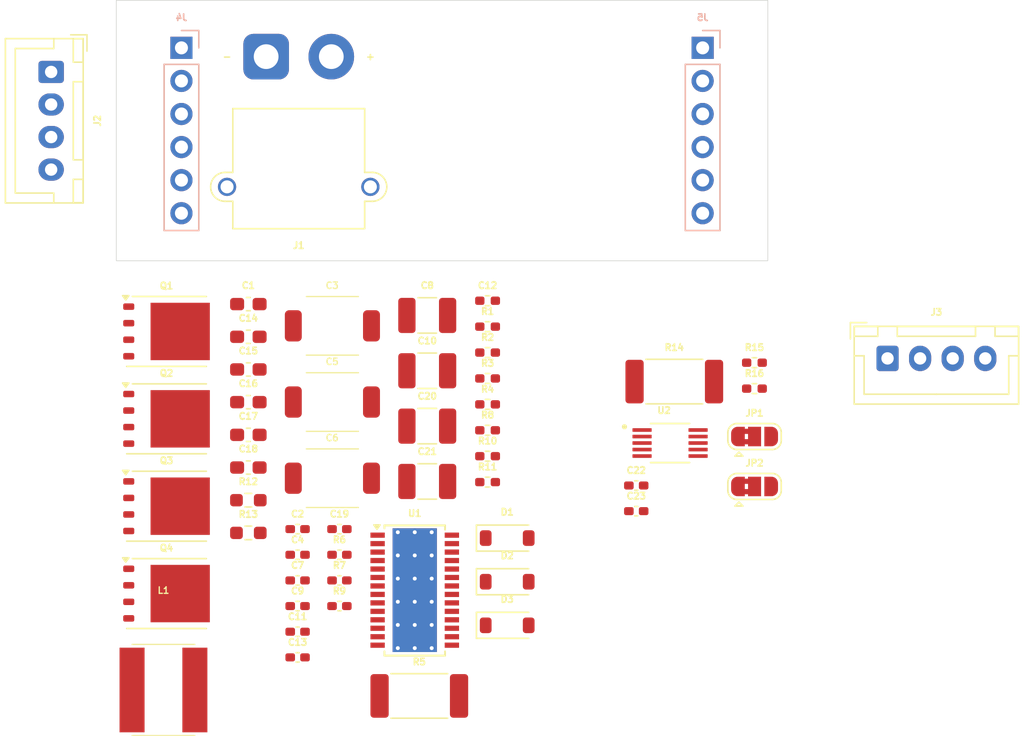
<source format=kicad_pcb>
(kicad_pcb (version 20240108) (generator "pcbnew") (generator_version "8.0")
  (layers (0 "F.Cu" signal) (31 "B.Cu" signal) (34 "B.Paste" user) (35 "F.Paste" user) (36 "B.SilkS" user "B.Silkscreen") (37 "F.SilkS" user "F.Silkscreen") (38 "B.Mask" user) (39 "F.Mask" user) (44 "Edge.Cuts" user))
  (net 0 "")
  (net 1 "Net-(U1-SS)")
  (net 2 "GND")
  (net 3 "Net-(C2-Pad2)")
  (net 4 "Net-(U1-COMP)")
  (net 5 "+RAWVP")
  (net 6 "Net-(U1-SLOPE)")
  (net 7 "Net-(U1-CS)")
  (net 8 "Net-(U1-CSG)")
  (net 9 "Net-(U1-VIN)")
  (net 10 "Net-(U1-BIAS)")
  (net 11 "+5V")
  (net 12 "Net-(D2-K)")
  (net 13 "Net-(Q2-D)")
  (net 14 "Net-(D3-K)")
  (net 15 "Net-(Q4-D)")
  (net 16 "Net-(D2-A)")
  (net 17 "Net-(U2-VIN-)")
  (net 18 "Net-(U2-VBUS)")
  (net 19 "+3V3")
  (net 20 "Net-(D1-K)")
  (net 21 "+RAWVS")
  (net 22 "I2C SCL")
  (net 23 "I2C SDA")
  (net 24 "EN 2")
  (net 25 "EN 1")
  (net 26 "Net-(JP1-C)")
  (net 27 "Net-(JP2-C)")
  (net 28 "Net-(Q1-G)")
  (net 29 "Net-(Q2-S-Pad1)")
  (net 30 "Net-(Q2-G)")
  (net 31 "Net-(Q3-G)")
  (net 32 "Net-(Q4-G)")
  (net 33 "Net-(U1-MODE)")
  (net 34 "Net-(U1-RT{slash}SYNC)")
  (net 35 "Net-(U1-EN{slash}UVLO)")
  (net 36 "Net-(U1-VISNS)")
  (net 37 "Net-(U1-PGOOD)")
  (net 38 "Net-(U1-FB)")
  (footprint "Capacitors:EEFCX1E330R" (layer "F.Cu") (at 91.585 135.85)
    (property "Reference" "C5" (at -0.02 -3.1 0) (layer "F.SilkS") (effects (font (size 0.5 0.5) (thickness 0.1))))
    (property "Value" "33uF 40mohm" (hide yes))
    (pad "1" smd roundrect (at -3 0 90) (size 2.4 1.3) (layers "F.Cu" "F.Paste" "F.Mask") (net 5 "+RAWVP"))
    (pad "2" smd roundrect (at 3 0 90) (size 2.4 1.3) (layers "F.Cu" "F.Paste" "F.Mask") (net 2 "GND"))
  )
  (footprint "Package_TO_SOT_SMD:TDSON-8-1" (layer "F.Cu") (at 78.855 130.43)
    (property "Reference" "Q1" (at 0 -3.5 0) (layer "F.SilkS") (effects (font (size 0.5 0.5))))
    (property "Value" "CSD17577Q5A" (hide yes))
    (pad "1" smd roundrect (at -2.9 -1.905) (size 0.85 0.5) (layers "F.Cu" "F.Paste" "F.Mask") (net 13 "Net-(Q2-D)"))
    (pad "2" smd roundrect (at -2.9 -0.635) (size 0.85 0.5) (layers "F.Cu" "F.Paste" "F.Mask") (net 13 "Net-(Q2-D)"))
    (pad "3" smd roundrect (at -2.9 0.635) (size 0.85 0.5) (layers "F.Cu" "F.Paste" "F.Mask") (net 13 "Net-(Q2-D)"))
    (pad "4" smd roundrect (at -2.9 1.905) (size 0.85 0.5) (layers "F.Cu" "F.Paste" "F.Mask") (net 28 "Net-(Q1-G)"))
    (pad "5" smd rect (at 1.05 0) (size 4.55 4.41) (layers "F.Cu") (net 5 "+RAWVP"))
  )
  (footprint "Capacitor_SMD:C_1210_3225Metric_Pad1.33x2.70mm_HandSolder" (layer "F.Cu") (at 98.865 137.7)
    (property "Reference" "C20" (at 0 -2.3 0) (layer "F.SilkS") (effects (font (size 0.5 0.5))))
    (property "Value" "47uF 3mohm" (hide yes))
    (pad "1" smd roundrect (at -1.5625 0) (size 1.325 2.7) (layers "F.Cu" "F.Paste" "F.Mask") (roundrect_rratio 0.188679) (net 11 "+5V"))
    (pad "2" smd roundrect (at 1.5625 0) (size 1.325 2.7) (layers "F.Cu" "F.Paste" "F.Mask") (roundrect_rratio 0.188679) (net 2 "GND"))
  )
  (footprint "Capacitors:EEFCX1E330R" (layer "F.Cu") (at 91.585 130)
    (property "Reference" "C3" (at -0.02 -3.1 0) (layer "F.SilkS") (effects (font (size 0.5 0.5) (thickness 0.1))))
    (property "Value" "33uF 40mohm" (hide yes))
    (pad "1" smd roundrect (at -3 0 90) (size 2.4 1.3) (layers "F.Cu" "F.Paste" "F.Mask") (net 5 "+RAWVP"))
    (pad "2" smd roundrect (at 3 0 90) (size 2.4 1.3) (layers "F.Cu" "F.Paste" "F.Mask") (net 2 "GND"))
  )
  (footprint "Diode_SMD:D_SOD-123" (layer "F.Cu") (at 105 146.3)
    (property "Reference" "D1" (at 0 -2 0) (layer "F.SilkS") (effects (font (size 0.5 0.5))))
    (property "Value" "385mV 500mA" (hide yes))
    (pad "1" smd roundrect (at -1.65 0) (size 0.9 1.2) (layers "F.Cu" "F.Paste" "F.Mask") (net 20 "Net-(D1-K)"))
    (pad "2" smd roundrect (at 1.65 0) (size 0.9 1.2) (layers "F.Cu" "F.Paste" "F.Mask") (net 5 "+RAWVP"))
  )
  (footprint "Resistor_SMD:R_2512_6332Metric_Pad1.40x3.35mm_HandSolder" (layer "F.Cu") (at 98.255 158.42)
    (property "Reference" "R5" (at 0 -2.62 0) (layer "F.SilkS") (effects (font (size 0.5 0.5))))
    (property "Value" "5m" (hide yes))
    (pad "1" smd roundrect (at -3.05 0) (size 1.4 3.35) (layers "F.Cu" "F.Paste" "F.Mask") (roundrect_rratio 0.178571) (net 29 "Net-(Q2-S-Pad1)"))
    (pad "2" smd roundrect (at 3.05 0) (size 1.4 3.35) (layers "F.Cu" "F.Paste" "F.Mask") (roundrect_rratio 0.178571) (net 2 "GND"))
  )
  (footprint "Capacitor_SMD:C_0402_1005Metric_Pad0.74x0.62mm_HandSolder" (layer "F.Cu") (at 88.915 149.55)
    (property "Reference" "C7" (at 0 -1.16 0) (layer "F.SilkS") (effects (font (size 0.5 0.5))))
    (property "Value" "2nF 0ohm" (hide yes))
    (pad "1" smd roundrect (at -0.5675 0) (size 0.735 0.62) (layers "F.Cu" "F.Paste" "F.Mask") (net 4 "Net-(U1-COMP)"))
    (pad "2" smd roundrect (at 0.5675 0) (size 0.735 0.62) (layers "F.Cu" "F.Paste" "F.Mask") (net 2 "GND"))
  )
  (footprint "Capacitor_SMD:C_0402_1005Metric_Pad0.74x0.62mm_HandSolder" (layer "F.Cu") (at 92.125 151.52)
    (property "Reference" "R9" (at 0 -1.16 0) (layer "F.SilkS") (effects (font (size 0.5 0.5))))
    (property "Value" "2K" (hide yes))
    (pad "1" smd roundrect (at -0.5675 0) (size 0.735 0.62) (layers "F.Cu" "F.Paste" "F.Mask") (net 5 "+RAWVP"))
    (pad "2" smd roundrect (at 0.5675 0) (size 0.735 0.62) (layers "F.Cu" "F.Paste" "F.Mask") (net 36 "Net-(U1-VISNS)"))
  )
  (footprint "Capacitor_SMD:C_0402_1005Metric_Pad0.74x0.62mm_HandSolder" (layer "F.Cu") (at 92.125 149.55)
    (property "Reference" "R7" (at 0 -1.16 0) (layer "F.SilkS") (effects (font (size 0.5 0.5))))
    (property "Value" "110K" (hide yes))
    (pad "1" smd roundrect (at -0.5675 0) (size 0.735 0.62) (layers "F.Cu" "F.Paste" "F.Mask") (net 35 "Net-(U1-EN{slash}UVLO)"))
    (pad "2" smd roundrect (at 0.5675 0) (size 0.735 0.62) (layers "F.Cu" "F.Paste" "F.Mask") (net 2 "GND"))
  )
  (footprint "Capacitor_SMD:C_0402_1005Metric_Pad0.74x0.62mm_HandSolder" (layer "F.Cu") (at 92.125 147.58)
    (property "Reference" "R6" (at 0 -1.16 0) (layer "F.SilkS") (effects (font (size 0.5 0.5))))
    (property "Value" "249K" (hide yes))
    (pad "1" smd roundrect (at -0.5675 0) (size 0.735 0.62) (layers "F.Cu" "F.Paste" "F.Mask") (net 5 "+RAWVP"))
    (pad "2" smd roundrect (at 0.5675 0) (size 0.735 0.62) (layers "F.Cu" "F.Paste" "F.Mask") (net 35 "Net-(U1-EN{slash}UVLO)"))
  )
  (footprint "Package_TO_SOT_SMD:TDSON-8-1" (layer "F.Cu") (at 78.855 143.85)
    (property "Reference" "Q3" (at 0 -3.5 0) (layer "F.SilkS") (effects (font (size 0.5 0.5))))
    (property "Value" "CSD17573Q5B" (hide yes))
    (pad "1" smd roundrect (at -2.9 -1.905) (size 0.85 0.5) (layers "F.Cu" "F.Paste" "F.Mask") (net 15 "Net-(Q4-D)"))
    (pad "2" smd roundrect (at -2.9 -0.635) (size 0.85 0.5) (layers "F.Cu" "F.Paste" "F.Mask") (net 15 "Net-(Q4-D)"))
    (pad "3" smd roundrect (at -2.9 0.635) (size 0.85 0.5) (layers "F.Cu" "F.Paste" "F.Mask") (net 15 "Net-(Q4-D)"))
    (pad "4" smd roundrect (at -2.9 1.905) (size 0.85 0.5) (layers "F.Cu" "F.Paste" "F.Mask") (net 31 "Net-(Q3-G)"))
    (pad "5" smd rect (at 1.05 0) (size 4.55 4.41) (layers "F.Cu") (net 11 "+5V"))
  )
  (footprint "Capacitor_SMD:C_0402_1005Metric_Pad0.74x0.62mm_HandSolder" (layer "F.Cu") (at 114.905 144.23)
    (property "Reference" "C23" (at 0 -1.16 0) (layer "F.SilkS") (effects (font (size 0.5 0.5))))
    (property "Value" "0.1uF" (hide yes))
    (pad "1" smd roundrect (at -0.5675 0) (size 0.735 0.62) (layers "F.Cu" "F.Paste" "F.Mask") (net 19 "+3V3"))
    (pad "2" smd roundrect (at 0.5675 0) (size 0.735 0.62) (layers "F.Cu" "F.Paste" "F.Mask") (net 2 "GND"))
  )
  (footprint "Capacitor_SMD:C_0603_1608Metric_Pad1.08x0.95mm_HandSolder" (layer "F.Cu") (at 85.135 130.84)
    (property "Reference" "C14" (at 0 -1.43 0) (layer "F.SilkS") (effects (font (size 0.5 0.5))))
    (property "Value" "22uF 3.71mohm" (hide yes))
    (pad "1" smd roundrect (at -0.8625 0) (size 1.075 0.95) (layers "F.Cu" "F.Paste" "F.Mask") (net 11 "+5V"))
    (pad "2" smd roundrect (at 0.8625 0) (size 1.075 0.95) (layers "F.Cu" "F.Paste" "F.Mask") (net 2 "GND"))
  )
  (footprint "Jumper:SolderJumper-3_P1.3mm_Bridged2Bar12_RoundedPad1.0x1.5mm" (layer "F.Cu") (at 123.985 138.5)
    (property "Reference" "JP1" (at 0 -1.8 0) (layer "F.SilkS") (effects (font (size 0.5 0.5))))
    (property "Value" "Bit Set" (hide yes))
    (fp_poly (pts (xy -0.9 -0.6) (xy -0.4 -0.6) (xy -0.4 -0.2) (xy -0.9 -0.2)) (fill solid) (layer "F.Cu"))
    (fp_poly (pts (xy -0.9 0.2) (xy -0.4 0.2) (xy -0.4 0.6) (xy -0.9 0.6)) (fill solid) (layer "F.Cu"))
    (pad "1" smd custom (at -1.3 0) (size 1 0.5) (layers "F.Cu" "F.Mask") (net 2 "GND") (options (clearance outline) (anchor rect)) (primitives (gr_circle (center 0 0.25) (end 0.5 0.25) (width 0) (fill yes)) (gr_circle (center 0 -0.25) (end 0.5 -0.25) (width 0) (fill yes)) (gr_poly (pts (xy 0.55 0.75) (xy 0 0.75) (xy 0 -0.75) (xy 0.55 -0.75)) (width 0) (fill yes))))
    (pad "2" smd rect (at 0 0) (size 1 1.5) (layers "F.Cu" "F.Mask") (net 26 "Net-(JP1-C)"))
    (pad "3" smd custom (at 1.3 0) (size 1 0.5) (layers "F.Cu" "F.Mask") (net 19 "+3V3") (options (clearance outline) (anchor rect)) (primitives (gr_circle (center 0 0.25) (end 0.5 0.25) (width 0) (fill yes)) (gr_circle (center 0 -0.25) (end 0.5 -0.25) (width 0) (fill yes)) (gr_poly (pts (xy 0 0.75) (xy -0.55 0.75) (xy -0.55 -0.75) (xy 0 -0.75)) (width 0) (fill yes))))
  )
  (footprint "Resistor_SMD:R_0402_1005Metric_Pad0.72x0.64mm_HandSolder" (layer "F.Cu") (at 103.495 140.01)
    (property "Reference" "R10" (at 0 -1.17 0) (layer "F.SilkS") (effects (font (size 0.5 0.5))))
    (property "Value" "10" (hide yes))
    (pad "1" smd roundrect (at -0.5975 0) (size 0.715 0.64) (layers "F.Cu" "F.Paste" "F.Mask") (net 20 "Net-(D1-K)"))
    (pad "2" smd roundrect (at 0.5975 0) (size 0.715 0.64) (layers "F.Cu" "F.Paste" "F.Mask") (net 9 "Net-(U1-VIN)"))
  )
  (footprint "Diode_SMD:D_SOD-123" (layer "F.Cu") (at 105 149.65)
    (property "Reference" "D2" (at 0 -2 0) (layer "F.SilkS") (effects (font (size 0.5 0.5))))
    (property "Value" "385mV 500mA" (hide yes))
    (pad "1" smd roundrect (at -1.65 0) (size 0.9 1.2) (layers "F.Cu" "F.Paste" "F.Mask") (net 12 "Net-(D2-K)"))
    (pad "2" smd roundrect (at 1.65 0) (size 0.9 1.2) (layers "F.Cu" "F.Paste" "F.Mask") (net 16 "Net-(D2-A)"))
  )
  (footprint "Connector_AMASS:AMASS_XT30PW-M_1x02_P2.50mm_Horizontal" (layer "F.Cu") (at 86.5 109.325 180)
    (property "Reference" "J1" (at -2.5 -14.5 360) (layer "F.SilkS") (effects (font (size 0.5 0.5))))
    (property "Value" "S JST" (hide yes))
    (fp_text user "-" (at 3 0 360) (layer "F.SilkS") (effects (font (size 0.5 0.5))))
    (fp_text user "+" (at -8 0 360) (layer "F.SilkS") (effects (font (size 0.5 0.5))))
    (pad "" thru_hole circle (at -8 -10 180) (size 1.4 1.4) (drill 1) (layers "*.Cu" "*.Mask"))
    (pad "" thru_hole circle (at 3 -10 180) (size 1.4 1.4) (drill 1) (layers "*.Cu" "*.Mask"))
    (pad "1" thru_hole roundrect (at 0 0 180) (size 3.5 3.5) (drill 1.9) (layers "*.Cu" "*.Mask") (roundrect_rratio 0.22) (net 2 "GND"))
    (pad "2" thru_hole circle (at -5 0 180) (size 3.5 3.5) (drill 1.9) (layers "*.Cu" "*.Mask") (net 21 "+RAWVS"))
  )
  (footprint "Resistor_SMD:R_0402_1005Metric_Pad0.72x0.64mm_HandSolder" (layer "F.Cu") (at 103.495 134.04)
    (property "Reference" "R3" (at 0 -1.17 0) (layer "F.SilkS") (effects (font (size 0.5 0.5))))
    (property "Value" "13K" (hide yes))
    (pad "1" smd roundrect (at -0.5975 0) (size 0.715 0.64) (layers "F.Cu" "F.Paste" "F.Mask") (net 34 "Net-(U1-RT{slash}SYNC)"))
    (pad "2" smd roundrect (at 0.5975 0) (size 0.715 0.64) (layers "F.Cu" "F.Paste" "F.Mask") (net 2 "GND"))
  )
  (footprint "Resistor_SMD:R_0402_1005Metric_Pad0.72x0.64mm_HandSolder" (layer "F.Cu") (at 103.495 136.03)
    (property "Reference" "R4" (at 0 -1.17 0) (layer "F.SilkS") (effects (font (size 0.5 0.5))))
    (property "Value" "100" (hide yes))
    (pad "1" smd roundrect (at -0.5975 0) (size 0.715 0.64) (layers "F.Cu" "F.Paste" "F.Mask") (net 7 "Net-(U1-CS)"))
    (pad "2" smd roundrect (at 0.5975 0) (size 0.715 0.64) (layers "F.Cu" "F.Paste" "F.Mask") (net 29 "Net-(Q2-S-Pad1)"))
  )
  (footprint "Resistor_SMD:R_0603_1608Metric_Pad0.98x0.95mm_HandSolder" (layer "F.Cu") (at 85.135 143.39)
    (property "Reference" "R12" (at 0 -1.43 0) (layer "F.SilkS") (effects (font (size 0.5 0.5))))
    (property "Value" "105K" (hide yes))
    (pad "1" smd roundrect (at -0.9125 0) (size 0.975 0.95) (layers "F.Cu" "F.Paste" "F.Mask") (net 11 "+5V"))
    (pad "2" smd roundrect (at 0.9125 0) (size 0.975 0.95) (layers "F.Cu" "F.Paste" "F.Mask") (net 38 "Net-(U1-FB)"))
  )
  (footprint "Resistor_SMD:R_2512_6332Metric_Pad1.40x3.35mm_HandSolder" (layer "F.Cu") (at 117.825 134.28)
    (property "Reference" "R14" (at 0 -2.62 0) (layer "F.SilkS") (effects (font (size 0.5 0.5))))
    (property "Value" "Shunt CRF2512-FZ-R002ELF" (hide yes))
    (pad "1" smd roundrect (at -3.05 0) (size 1.4 3.35) (layers "F.Cu" "F.Paste" "F.Mask") (roundrect_rratio 0.178571) (net 21 "+RAWVS"))
    (pad "2" smd roundrect (at 3.05 0) (size 1.4 3.35) (layers "F.Cu" "F.Paste" "F.Mask") (roundrect_rratio 0.178571) (net 5 "+RAWVP"))
  )
  (footprint "Capacitor_SMD:C_0402_1005Metric_Pad0.74x0.62mm_HandSolder" (layer "F.Cu") (at 88.915 151.52)
    (property "Reference" "C9" (at 0 -1.16 0) (layer "F.SilkS") (effects (font (size 0.5 0.5))))
    (property "Value" "82pF 0ohm" (hide yes))
    (pad "1" smd roundrect (at -0.5675 0) (size 0.735 0.62) (layers "F.Cu" "F.Paste" "F.Mask") (net 6 "Net-(U1-SLOPE)"))
    (pad "2" smd roundrect (at 0.5675 0) (size 0.735 0.62) (layers "F.Cu" "F.Paste" "F.Mask") (net 2 "GND"))
  )
  (footprint "Connector_JST:JST_XH_B4B-XH-A_1x04_P2.50mm_Vertical" (layer "F.Cu") (at 70 110.5 -90)
    (property "Reference" "J2" (at 3.75 -3.55 90) (layer "F.SilkS") (effects (font (size 0.5 0.5))))
    (property "Value" "D0 FFC" (hide yes))
    (pad "1" thru_hole roundrect (at 0 0 270) (size 1.7 1.95) (drill 0.95) (layers "*.Cu" "*.Mask") (roundrect_rratio 0.147059) (net 2 "GND"))
    (pad "2" thru_hole oval (at 2.5 0 270) (size 1.7 1.95) (drill 0.95) (layers "*.Cu" "*.Mask") (net 11 "+5V"))
    (pad "3" thru_hole oval (at 5 0 270) (size 1.7 1.95) (drill 0.95) (layers "*.Cu" "*.Mask") (net 11 "+5V"))
    (pad "4" thru_hole oval (at 7.5 0 270) (size 1.7 1.95) (drill 0.95) (layers "*.Cu" "*.Mask") (net 2 "GND"))
  )
  (footprint "Connector_JST:JST_XH_B4B-XH-A_1x04_P2.50mm_Vertical" (layer "F.Cu") (at 134.19 132.5)
    (property "Reference" "J3" (at 3.75 -3.55 0) (layer "F.SilkS") (effects (font (size 0.5 0.5))))
    (property "Value" "D1 FFC" (hide yes))
    (pad "1" thru_hole roundrect (at 0 0) (size 1.7 1.95) (drill 0.95) (layers "*.Cu" "*.Mask") (roundrect_rratio 0.147059) (net 2 "GND"))
    (pad "2" thru_hole oval (at 2.5 0) (size 1.7 1.95) (drill 0.95) (layers "*.Cu" "*.Mask") (net 11 "+5V"))
    (pad "3" thru_hole oval (at 5 0) (size 1.7 1.95) (drill 0.95) (layers "*.Cu" "*.Mask") (net 11 "+5V"))
    (pad "4" thru_hole oval (at 7.5 0) (size 1.7 1.95) (drill 0.95) (layers "*.Cu" "*.Mask") (net 2 "GND"))
  )
  (footprint "Capacitor_SMD:C_0603_1608Metric_Pad1.08x0.95mm_HandSolder" (layer "F.Cu") (at 85.135 138.37)
    (property "Reference" "C17" (at 0 -1.43 0) (layer "F.SilkS") (effects (font (size 0.5 0.5))))
    (property "Value" "100nF 50mohm" (hide yes))
    (pad "1" smd roundrect (at -0.8625 0) (size 1.075 0.95) (layers "F.Cu" "F.Paste" "F.Mask") (net 14 "Net-(D3-K)"))
    (pad "2" smd roundrect (at 0.8625 0) (size 1.075 0.95) (layers "F.Cu" "F.Paste" "F.Mask") (net 15 "Net-(Q4-D)"))
  )
  (footprint "Capacitors:EEFCX1E330R" (layer "F.Cu") (at 91.585 141.7)
    (property "Reference" "C6" (at -0.02 -3.1 0) (layer "F.SilkS") (effects (font (size 0.5 0.5) (thickness 0.1))))
    (property "Value" "33uF 40mohm" (hide yes))
    (pad "1" smd roundrect (at -3 0 90) (size 2.4 1.3) (layers "F.Cu" "F.Paste" "F.Mask") (net 5 "+RAWVP"))
    (pad "2" smd roundrect (at 3 0 90) (size 2.4 1.3) (layers "F.Cu" "F.Paste" "F.Mask") (net 2 "GND"))
  )
  (footprint "Jumper:SolderJumper-3_P1.3mm_Bridged2Bar12_RoundedPad1.0x1.5mm" (layer "F.Cu") (at 123.985 142.335)
    (property "Reference" "JP2" (at 0 -1.8 0) (layer "F.SilkS") (effects (font (size 0.5 0.5))))
    (property "Value" "Bit Set" (hide yes))
    (fp_poly (pts (xy -0.9 -0.6) (xy -0.4 -0.6) (xy -0.4 -0.2) (xy -0.9 -0.2)) (fill solid) (layer "F.Cu"))
    (fp_poly (pts (xy -0.9 0.2) (xy -0.4 0.2) (xy -0.4 0.6) (xy -0.9 0.6)) (fill solid) (layer "F.Cu"))
    (pad "1" smd custom (at -1.3 0) (size 1 0.5) (layers "F.Cu" "F.Mask") (net 2 "GND") (options (clearance outline) (anchor rect)) (primitives (gr_circle (center 0 0.25) (end 0.5 0.25) (width 0) (fill yes)) (gr_circle (center 0 -0.25) (end 0.5 -0.25) (width 0) (fill yes)) (gr_poly (pts (xy 0.55 0.75) (xy 0 0.75) (xy 0 -0.75) (xy 0.55 -0.75)) (width 0) (fill yes))))
    (pad "2" smd rect (at 0 0) (size 1 1.5) (layers "F.Cu" "F.Mask") (net 27 "Net-(JP2-C)"))
    (pad "3" smd custom (at 1.3 0) (size 1 0.5) (layers "F.Cu" "F.Mask") (net 19 "+3V3") (options (clearance outline) (anchor rect)) (primitives (gr_circle (center 0 0.25) (end 0.5 0.25) (width 0) (fill yes)) (gr_circle (center 0 -0.25) (end 0.5 -0.25) (width 0) (fill yes)) (gr_poly (pts (xy 0 0.75) (xy -0.55 0.75) (xy -0.55 -0.75) (xy 0 -0.75)) (width 0) (fill yes))))
  )
  (footprint "Resistor_SMD:R_0402_1005Metric_Pad0.72x0.64mm_HandSolder" (layer "F.Cu") (at 123.975 132.83)
    (property "Reference" "R15" (at 0 -1.17 0) (layer "F.SilkS") (effects (font (size 0.5 0.5))))
    (property "Value" "10" (hide yes))
    (pad "1" smd roundrect (at -0.5975 0) (size 0.715 0.64) (layers "F.Cu" "F.Paste" "F.Mask") (net 21 "+RAWVS"))
    (pad "2" smd roundrect (at 0.5975 0) (size 0.715 0.64) (layers "F.Cu" "F.Paste" "F.Mask") (net 18 "Net-(U2-VBUS)"))
  )
  (footprint "Resistor_SMD:R_0402_1005Metric_Pad0.72x0.64mm_HandSolder" (layer "F.Cu") (at 103.495 128.07)
    (property "Reference" "C12" (at 0 -1.17 0) (layer "F.SilkS") (effects (font (size 0.5 0.5))))
    (property "Value" "100nF 39mohm" (hide yes))
    (pad "1" smd roundrect (at -0.5975 0) (size 0.715 0.64) (layers "F.Cu" "F.Paste" "F.Mask") (net 9 "Net-(U1-VIN)"))
    (pad "2" smd roundrect (at 0.5975 0) (size 0.715 0.64) (layers "F.Cu" "F.Paste" "F.Mask") (net 2 "GND"))
  )
  (footprint "Capacitor_SMD:C_0402_1005Metric_Pad0.74x0.62mm_HandSolder" (layer "F.Cu") (at 114.905 142.26)
    (property "Reference" "C22" (at 0 -1.16 0) (layer "F.SilkS") (effects (font (size 0.5 0.5))))
    (property "Value" "1uF" (hide yes))
    (pad "1" smd roundrect (at -0.5675 0) (size 0.735 0.62) (layers "F.Cu" "F.Paste" "F.Mask") (net 18 "Net-(U2-VBUS)"))
    (pad "2" smd roundrect (at 0.5675 0) (size 0.735 0.62) (layers "F.Cu" "F.Paste" "F.Mask") (net 17 "Net-(U2-VIN-)"))
  )
  (footprint "Capacitor_SMD:C_0402_1005Metric_Pad0.74x0.62mm_HandSolder" (layer "F.Cu") (at 88.915 145.61)
    (property "Reference" "C2" (at 0 -1.16 0) (layer "F.SilkS") (effects (font (size 0.5 0.5))))
    (property "Value" "6.8nF 523mohm" (hide yes))
    (pad "1" smd roundrect (at -0.5675 0) (size 0.735 0.62) (layers "F.Cu" "F.Paste" "F.Mask") (net 4 "Net-(U1-COMP)"))
    (pad "2" smd roundrect (at 0.5675 0) (size 0.735 0.62) (layers "F.Cu" "F.Paste" "F.Mask") (net 3 "Net-(C2-Pad2)"))
  )
  (footprint "Resistor_SMD:R_0402_1005Metric_Pad0.72x0.64mm_HandSolder" (layer "F.Cu") (at 103.495 130.06)
    (property "Reference" "R1" (at 0 -1.17 0) (layer "F.SilkS") (effects (font (size 0.5 0.5))))
    (property "Value" "732" (hide yes))
    (pad "1" smd roundrect (at -0.5975 0) (size 0.715 0.64) (layers "F.Cu" "F.Paste" "F.Mask") (net 3 "Net-(C2-Pad2)"))
    (pad "2" smd roundrect (at 0.5975 0) (size 0.715 0.64) (layers "F.Cu" "F.Paste" "F.Mask") (net 2 "GND"))
  )
  (footprint "Package_TO_SOT_SMD:TDSON-8-1" (layer "F.Cu") (at 78.855 137.14)
    (property "Reference" "Q2" (at 0 -3.5 0) (layer "F.SilkS") (effects (font (size 0.5 0.5))))
    (property "Value" "CSD17577Q5A" (hide yes))
    (pad "1" smd roundrect (at -2.9 -1.905) (size 0.85 0.5) (layers "F.Cu" "F.Paste" "F.Mask") (net 29 "Net-(Q2-S-Pad1)"))
    (pad "2" smd roundrect (at -2.9 -0.635) (size 0.85 0.5) (layers "F.Cu" "F.Paste" "F.Mask") (net 29 "Net-(Q2-S-Pad1)"))
    (pad "3" smd roundrect (at -2.9 0.635) (size 0.85 0.5) (layers "F.Cu" "F.Paste" "F.Mask") (net 29 "Net-(Q2-S-Pad1)"))
    (pad "4" smd roundrect (at -2.9 1.905) (size 0.85 0.5) (layers "F.Cu" "F.Paste" "F.Mask") (net 30 "Net-(Q2-G)"))
    (pad "5" smd rect (at 1.05 0) (size 4.55 4.41) (layers "F.Cu") (net 13 "Net-(Q2-D)"))
  )
  (footprint "Resistor_SMD:R_0603_1608Metric_Pad0.98x0.95mm_HandSolder" (layer "F.Cu") (at 85.135 145.9)
    (property "Reference" "R13" (at 0 -1.43 0) (layer "F.SilkS") (effects (font (size 0.5 0.5))))
    (property "Value" "20K" (hide yes))
    (pad "1" smd roundrect (at -0.9125 0) (size 0.975 0.95) (layers "F.Cu" "F.Paste" "F.Mask") (net 38 "Net-(U1-FB)"))
    (pad "2" smd roundrect (at 0.9125 0) (size 0.975 0.95) (layers "F.Cu" "F.Paste" "F.Mask") (net 2 "GND"))
  )
  (footprint "INA220:SOP50P490X110-10N" (layer "F.Cu") (at 117.5 139)
    (property "Reference" "U2" (at -0.46 -2.508 0) (layer "F.SilkS") (effects (font (size 0.5 0.5))))
    (property "Value" "INA220AIDGSR" (hide yes))
    (pad "1" smd roundrect (at -2.15 -1) (size 1.47 0.28) (layers "F.Cu" "F.Paste" "F.Mask") (roundrect_rratio 0.125) (net 26 "Net-(JP1-C)"))
    (pad "2" smd roundrect (at -2.15 -0.5) (size 1.47 0.28) (layers "F.Cu" "F.Paste" "F.Mask") (roundrect_rratio 0.125) (net 27 "Net-(JP2-C)"))
    (pad "3" smd roundrect (at -2.15 0) (size 1.47 0.28) (layers "F.Cu" "F.Paste" "F.Mask") (roundrect_rratio 0.125))
    (pad "4" smd roundrect (at -2.15 0.5) (size 1.47 0.28) (layers "F.Cu" "F.Paste" "F.Mask") (roundrect_rratio 0.125) (net 23 "I2C SDA"))
    (pad "5" smd roundrect (at -2.15 1) (size 1.47 0.28) (layers "F.Cu" "F.Paste" "F.Mask") (roundrect_rratio 0.125) (net 22 "I2C SCL"))
    (pad "6" smd roundrect (at 2.15 1) (size 1.47 0.28) (layers "F.Cu" "F.Paste" "F.Mask") (roundrect_rratio 0.125) (net 19 "+3V3"))
    (pad "7" smd roundrect (at 2.15 0.5) (size 1.47 0.28) (layers "F.Cu" "F.Paste" "F.Mask") (roundrect_rratio 0.125) (net 2 "GND"))
    (pad "8" smd roundrect (at 2.15 0) (size 1.47 0.28) (layers "F.Cu" "F.Paste" "F.Mask") (roundrect_rratio 0.125) (net 18 "Net-(U2-VBUS)"))
    (pad "9" smd roundrect (at 2.15 -0.5) (size 1.47 0.28) (layers "F.Cu" "F.Paste" "F.Mask") (roundrect_rratio 0.125) (net 17 "Net-(U2-VIN-)"))
    (pad "10" smd roundrect (at 2.15 -1) (size 1.47 0.28) (layers "F.Cu" "F.Paste" "F.Mask") (roundrect_rratio 0.125) (net 18 "Net-(U2-VBUS)"))
  )
  (footprint "Capacitor_SMD:C_1210_3225Metric_Pad1.33x2.70mm_HandSolder" (layer "F.Cu") (at 98.865 133.45)
    (property "Reference" "C10" (at 0 -2.3 0) (layer "F.SilkS") (effects (font (size 0.5 0.5))))
    (property "Value" "47uF 3mohm" (hide yes))
    (pad "1" smd roundrect (at -1.5625 0) (size 1.325 2.7) (layers "F.Cu" "F.Paste" "F.Mask") (roundrect_rratio 0.188679) (net 5 "+RAWVP"))
    (pad "2" smd roundrect (at 1.5625 0) (size 1.325 2.7) (layers "F.Cu" "F.Paste" "F.Mask") (roundrect_rratio 0.188679) (net 2 "GND"))
  )
  (footprint "Capacitor_SMD:C_0402_1005Metric_Pad0.74x0.62mm_HandSolder" (layer "F.Cu") (at 92.125 145.61)
    (property "Reference" "C19" (at 0 -1.16 0) (layer "F.SilkS") (effects (font (size 0.5 0.5))))
    (property "Value" "1uF 11.4mohm" (hide yes))
    (pad "1" smd roundrect (at -0.5675 0) (size 0.735 0.62) (layers "F.Cu" "F.Paste" "F.Mask") (net 16 "Net-(D2-A)"))
    (pad "2" smd roundrect (at 0.5675 0) (size 0.735 0.62) (layers "F.Cu" "F.Paste" "F.Mask") (net 2 "GND"))
  )
  (footprint "Resistor_SMD:R_0402_1005Metric_Pad0.72x0.64mm_HandSolder" (layer "F.Cu") (at 103.495 138.02)
    (property "Reference" "R8" (at 0 -1.17 0) (layer "F.SilkS") (effects (font (size 0.5 0.5))))
    (property "Value" "100" (hide yes))
    (pad "1" smd roundrect (at -0.5975 0) (size 0.715 0.64) (layers "F.Cu" "F.Paste" "F.Mask") (net 8 "Net-(U1-CSG)"))
    (pad "2" smd roundrect (at 0.5975 0) (size 0.715 0.64) (layers "F.Cu" "F.Paste" "F.Mask") (net 2 "GND"))
  )
  (footprint "Capacitor_SMD:C_0603_1608Metric_Pad1.08x0.95mm_HandSolder" (layer "F.Cu") (at 85.135 135.86)
    (property "Reference" "C16" (at 0 -1.43 0) (layer "F.SilkS") (effects (font (size 0.5 0.5))))
    (property "Value" "22uF 3.71mohm" (hide yes))
    (pad "1" smd roundrect (at -0.8625 0) (size 1.075 0.95) (layers "F.Cu" "F.Paste" "F.Mask") (net 11 "+5V"))
    (pad "2" smd roundrect (at 0.8625 0) (size 1.075 0.95) (layers "F.Cu" "F.Paste" "F.Mask") (net 2 "GND"))
  )
  (footprint "Resistor_SMD:R_0402_1005Metric_Pad0.72x0.64mm_HandSolder" (layer "F.Cu") (at 103.495 132.05)
    (property "Reference" "R2" (at 0 -1.17 0) (layer "F.SilkS") (effects (font (size 0.5 0.5))))
    (property "Value" "93.1K" (hide yes))
    (pad "1" smd roundrect (at -0.5975 0) (size 0.715 0.64) (layers "F.Cu" "F.Paste" "F.Mask") (net 33 "Net-(U1-MODE)"))
    (pad "2" smd roundrect (at 0.5975 0) (size 0.715 0.64) (layers "F.Cu" "F.Paste" "F.Mask") (net 2 "GND"))
  )
  (footprint "Capacitor_SMD:C_0603_1608Metric_Pad1.08x0.95mm_HandSolder" (layer "F.Cu") (at 85.135 140.88)
    (property "Reference" "C18" (at 0 -1.43 0) (layer "F.SilkS") (effects (font (size 0.5 0.5))))
    (property "Value" "22uF 3.71mohm" (hide yes))
    (pad "1" smd roundrect (at -0.8625 0) (size 1.075 0.95) (layers "F.Cu" "F.Paste" "F.Mask") (net 11 "+5V"))
    (pad "2" smd roundrect (at 0.8625 0) (size 1.075 0.95) (layers "F.Cu" "F.Paste" "F.Mask") (net 2 "GND"))
  )
  (footprint "Capacitor_SMD:C_0402_1005Metric_Pad0.74x0.62mm_HandSolder" (layer "F.Cu") (at 88.915 155.46)
    (property "Reference" "C13" (at 0 -1.16 0) (layer "F.SilkS") (effects (font (size 0.5 0.5))))
    (property "Value" "100nF 1mohm" (hide yes))
    (pad "1" smd roundrect (at -0.5675 0) (size 0.735 0.62) (layers "F.Cu" "F.Paste" "F.Mask") (net 10 "Net-(U1-BIAS)"))
    (pad "2" smd roundrect (at 0.5675 0) (size 0.735 0.62) (layers "F.Cu" "F.Paste" "F.Mask") (net 2 "GND"))
  )
  (footprint "Diode_SMD:D_SOD-123" (layer "F.Cu") (at 105 153)
    (property "Reference" "D3" (at 0 -2 0) (layer "F.SilkS") (effects (font (size 0.5 0.5))))
    (property "Value" "385mV 500mA" (hide yes))
    (pad "1" smd roundrect (at -1.65 0) (size 0.9 1.2) (layers "F.Cu" "F.Paste" "F.Mask") (net 14 "Net-(D3-K)"))
    (pad "2" smd roundrect (at 1.65 0) (size 0.9 1.2) (layers "F.Cu" "F.Paste" "F.Mask") (net 16 "Net-(D2-A)"))
  )
  (footprint "Resistor_SMD:R_0402_1005Metric_Pad0.72x0.64mm_HandSolder" (layer "F.Cu") (at 123.975 134.82)
    (property "Reference" "R16" (at 0 -1.17 0) (layer "F.SilkS") (effects (font (size 0.5 0.5))))
    (property "Value" "10" (hide yes))
    (pad "1" smd roundrect (at -0.5975 0) (size 0.715 0.64) (layers "F.Cu" "F.Paste" "F.Mask") (net 5 "+RAWVP"))
    (pad "2" smd roundrect (at 0.5975 0) (size 0.715 0.64) (layers "F.Cu" "F.Paste" "F.Mask") (net 17 "Net-(U2-VIN-)"))
  )
  (footprint "Package_SO:HTSSOP-28-1EP_4.4x9.7mm_P0.65mm_EP3.4x9.5mm_ThermalVias" (layer "F.Cu") (at 97.905 150.3)
    (property "Reference" "U1" (at 0 -5.9 0) (layer "F.SilkS") (effects (font (size 0.5 0.5))))
    (property "Value" "LM5176PWP" (hide yes))
    (pad "1" smd rect (at -2.85 -4.225) (size 1.1 0.4) (layers "F.Cu" "F.Paste" "F.Mask") (net 35 "Net-(U1-EN{slash}UVLO)"))
    (pad "2" smd rect (at -2.85 -3.575) (size 1.1 0.4) (layers "F.Cu" "F.Paste" "F.Mask") (net 9 "Net-(U1-VIN)"))
    (pad "3" smd rect (at -2.85 -2.925) (size 1.1 0.4) (layers "F.Cu" "F.Paste" "F.Mask") (net 36 "Net-(U1-VISNS)"))
    (pad "4" smd rect (at -2.85 -2.275) (size 1.1 0.4) (layers "F.Cu" "F.Paste" "F.Mask") (net 33 "Net-(U1-MODE)"))
    (pad "5" smd rect (at -2.85 -1.625) (size 1.1 0.4) (layers "F.Cu" "F.Paste" "F.Mask") (net 2 "GND"))
    (pad "6" smd rect (at -2.85 -0.975) (size 1.1 0.4) (layers "F.Cu" "F.Paste" "F.Mask") (net 34 "Net-(U1-RT{slash}SYNC)"))
    (pad "7" smd rect (at -2.85 -0.325) (size 1.1 0.4) (layers "F.Cu" "F.Paste" "F.Mask") (net 6 "Net-(U1-SLOPE)"))
    (pad "8" smd rect (at -2.85 0.325) (size 1.1 0.4) (layers "F.Cu" "F.Paste" "F.Mask") (net 1 "Net-(U1-SS)"))
    (pad "9" smd rect (at -2.85 0.975) (size 1.1 0.4) (layers "F.Cu" "F.Paste" "F.Mask") (net 4 "Net-(U1-COMP)"))
    (pad "10" smd rect (at -2.85 1.625) (size 1.1 0.4) (layers "F.Cu" "F.Paste" "F.Mask") (net 2 "GND"))
    (pad "11" smd rect (at -2.85 2.275) (size 1.1 0.4) (layers "F.Cu" "F.Paste" "F.Mask") (net 38 "Net-(U1-FB)"))
    (pad "12" smd rect (at -2.85 2.925) (size 1.1 0.4) (layers "F.Cu" "F.Paste" "F.Mask") (net 11 "+5V"))
    (pad "13" smd rect (at -2.85 3.575) (size 1.1 0.4) (layers "F.Cu" "F.Paste" "F.Mask") (net 2 "GND"))
    (pad "14" smd rect (at -2.85 4.225) (size 1.1 0.4) (layers "F.Cu" "F.Paste" "F.Mask") (net 2 "GND"))
    (pad "15" smd rect (at 2.85 4.225) (size 1.1 0.4) (layers "F.Cu" "F.Paste" "F.Mask") (net 8 "Net-(U1-CSG)"))
    (pad "16" smd rect (at 2.85 3.575) (size 1.1 0.4) (layers "F.Cu" "F.Paste" "F.Mask") (net 7 "Net-(U1-CS)"))
    (pad "17" smd rect (at 2.85 2.925) (size 1.1 0.4) (layers "F.Cu" "F.Paste" "F.Mask") (net 37 "Net-(U1-PGOOD)"))
    (pad "18" smd rect (at 2.85 2.275) (size 1.1 0.4) (layers "F.Cu" "F.Paste" "F.Mask") (net 15 "Net-(Q4-D)"))
    (pad "19" smd rect (at 2.85 1.625) (size 1.1 0.4) (layers "F.Cu" "F.Paste" "F.Mask") (net 31 "Net-(Q3-G)"))
    (pad "20" smd rect (at 2.85 0.975) (size 1.1 0.4) (layers "F.Cu" "F.Paste" "F.Mask") (net 14 "Net-(D3-K)"))
    (pad "21" smd rect (at 2.85 0.325) (size 1.1 0.4) (layers "F.Cu" "F.Paste" "F.Mask") (net 32 "Net-(Q4-G)"))
    (pad "22" smd rect (at 2.85 -0.325) (size 1.1 0.4) (layers "F.Cu" "F.Paste" "F.Mask") (net 2 "GND"))
    (pad "23" smd rect (at 2.85 -0.975) (size 1.1 0.4) (layers "F.Cu" "F.Paste" "F.Mask") (net 16 "Net-(D2-A)"))
    (pad "24" smd rect (at 2.85 -1.625) (size 1.1 0.4) (layers "F.Cu" "F.Paste" "F.Mask") (net 10 "Net-(U1-BIAS)"))
    (pad "25" smd rect (at 2.85 -2.275) (size 1.1 0.4) (layers "F.Cu" "F.Paste" "F.Mask") (net 30 "Net-(Q2-G)"))
    (pad "26" smd rect (at 2.85 -2.925) (size 1.1 0.4) (layers "F.Cu" "F.Paste" "F.Mask") (net 12 "Net-(D2-K)"))
    (pad "27" smd rect (at 2.85 -3.575) (size 1.1 0.4) (layers "F.Cu" "F.Paste" "F.Mask") (net 28 "Net-(Q1-G)"))
    (pad "28" smd rect (at 2.85 -4.225) (size 1.1 0.4) (layers "F.Cu" "F.Paste" "F.Mask") (net 13 "Net-(Q2-D)"))
    (pad "29" thru_hole circle (at -1.3 -4.45) (size 0.6 0.6) (drill 0.3) (layers "*.Cu") (net 2 "GND"))
    (pad "29" thru_hole circle (at -1.3 -2.67) (size 0.6 0.6) (drill 0.3) (layers "*.Cu") (net 2 "GND"))
    (pad "29" thru_hole circle (at -1.3 -0.89) (size 0.6 0.6) (drill 0.3) (layers "*.Cu") (net 2 "GND"))
    (pad "29" thru_hole circle (at -1.3 0.89) (size 0.6 0.6) (drill 0.3) (layers "*.Cu") (net 2 "GND"))
    (pad "29" thru_hole circle (at -1.3 2.67) (size 0.6 0.6) (drill 0.3) (layers "*.Cu") (net 2 "GND"))
    (pad "29" thru_hole circle (at -1.3 4.45) (size 0.6 0.6) (drill 0.3) (layers "*.Cu") (net 2 "GND"))
    (pad "29" thru_hole circle (at 0 -4.45) (size 0.6 0.6) (drill 0.3) (layers "*.Cu") (net 2 "GND"))
    (pad "29" thru_hole circle (at 0 -2.67) (size 0.6 0.6) (drill 0.3) (layers "*.Cu") (net 2 "GND"))
    (pad "29" thru_hole circle (at 0 -0.89) (size 0.6 0.6) (drill 0.3) (layers "*.Cu") (net 2 "GND"))
    (pad "29" smd rect (at 0 0) (size 3.4 9.5) (layers "F.Cu" "F.Mask") (net 2 "GND"))
    (pad "29" smd rect (at 0 0) (size 3.4 9.5) (layers "B.Cu") (net 2 "GND"))
    (pad "29" thru_hole circle (at 0 0.89) (size 0.6 0.6) (drill 0.3) (layers "*.Cu") (net 2 "GND"))
    (pad "29" thru_hole circle (at 0 2.67) (size 0.6 0.6) (drill 0.3) (layers "*.Cu") (net 2 "GND"))
    (pad "29" thru_hole circle (at 0 4.45) (size 0.6 0.6) (drill 0.3) (layers "*.Cu") (net 2 "GND"))
    (pad "29" thru_hole circle (at 1.3 -4.45) (size 0.6 0.6) (drill 0.3) (layers "*.Cu") (net 2 "GND"))
    (pad "29" thru_hole circle (at 1.3 -2.67) (size 0.6 0.6) (drill 0.3) (layers "*.Cu") (net 2 "GND"))
    (pad "29" thru_hole circle (at 1.3 -0.89) (size 0.6 0.6) (drill 0.3) (layers "*.Cu") (net 2 "GND"))
    (pad "29" thru_hole circle (at 1.3 0.89) (size 0.6 0.6) (drill 0.3) (layers "*.Cu") (net 2 "GND"))
    (pad "29" thru_hole circle (at 1.3 2.67) (size 0.6 0.6) (drill 0.3) (layers "*.Cu") (net 2 "GND"))
    (pad "29" thru_hole circle (at 1.3 4.45) (size 0.6 0.6) (drill 0.3) (layers "*.Cu") (net 2 "GND"))
  )
  (footprint "Capacitor_SMD:C_0402_1005Metric_Pad0.74x0.62mm_HandSolder" (layer "F.Cu") (at 88.915 147.58)
    (property "Reference" "C4" (at 0 -1.16 0) (layer "F.SilkS") (effects (font (size 0.5 0.5))))
    (property "Value" "6.8nF 523mohm" (hide yes))
    (pad "1" smd roundrect (at -0.5675 0) (size 0.735 0.62) (layers "F.Cu" "F.Paste" "F.Mask") (net 4 "Net-(U1-COMP)"))
    (pad "2" smd roundrect (at 0.5675 0) (size 0.735 0.62) (layers "F.Cu" "F.Paste" "F.Mask") (net 3 "Net-(C2-Pad2)"))
  )
  (footprint "Capacitor_SMD:C_0402_1005Metric_Pad0.74x0.62mm_HandSolder" (layer "F.Cu") (at 88.915 153.49)
    (property "Reference" "C11" (at 0 -1.16 0) (layer "F.SilkS") (effects (font (size 0.5 0.5))))
    (property "Value" "47pF 1mohms" (hide yes))
    (pad "1" smd roundrect (at -0.5675 0) (size 0.735 0.62) (layers "F.Cu" "F.Paste" "F.Mask") (net 7 "Net-(U1-CS)"))
    (pad "2" smd roundrect (at 0.5675 0) (size 0.735 0.62) (layers "F.Cu" "F.Paste" "F.Mask") (net 8 "Net-(U1-CSG)"))
  )
  (footprint "Resistor_SMD:R_0402_1005Metric_Pad0.72x0.64mm_HandSolder" (layer "F.Cu") (at 103.495 142)
    (property "Reference" "R11" (at 0 -1.17 0) (layer "F.SilkS") (effects (font (size 0.5 0.5))))
    (property "Value" "10K" (hide yes))
    (pad "1" smd roundrect (at -0.5975 0) (size 0.715 0.64) (layers "F.Cu" "F.Paste" "F.Mask") (net 16 "Net-(D2-A)"))
    (pad "2" smd roundrect (at 0.5975 0) (size 0.715 0.64) (layers "F.Cu" "F.Paste" "F.Mask") (net 37 "Net-(U1-PGOOD)"))
  )
  (footprint "Package_TO_SOT_SMD:TDSON-8-1" (layer "F.Cu") (at 78.855 150.56)
    (property "Reference" "Q4" (at 0 -3.5 0) (layer "F.SilkS") (effects (font (size 0.5 0.5))))
    (property "Value" "CSD17577Q5A" (hide yes))
    (pad "1" smd roundrect (at -2.9 -1.905) (size 0.85 0.5) (layers "F.Cu" "F.Paste" "F.Mask") (net 29 "Net-(Q2-S-Pad1)"))
    (pad "2" smd roundrect (at -2.9 -0.635) (size 0.85 0.5) (layers "F.Cu" "F.Paste" "F.Mask") (net 29 "Net-(Q2-S-Pad1)"))
    (pad "3" smd roundrect (at -2.9 0.635) (size 0.85 0.5) (layers "F.Cu" "F.Paste" "F.Mask") (net 29 "Net-(Q2-S-Pad1)"))
    (pad "4" smd roundrect (at -2.9 1.905) (size 0.85 0.5) (layers "F.Cu" "F.Paste" "F.Mask") (net 32 "Net-(Q4-G)"))
    (pad "5" smd rect (at 1.05 0) (size 4.55 4.41) (layers "F.Cu") (net 15 "Net-(Q4-D)"))
  )
  (footprint "Capacitor_SMD:C_0603_1608Metric_Pad1.08x0.95mm_HandSolder" (layer "F.Cu") (at 85.135 128.33)
    (property "Reference" "C1" (at 0 -1.43 0) (layer "F.SilkS") (effects (font (size 0.5 0.5))))
    (property "Value" "12nF 0ohm" (hide yes))
    (pad "1" smd roundrect (at -0.8625 0) (size 1.075 0.95) (layers "F.Cu" "F.Paste" "F.Mask") (net 1 "Net-(U1-SS)"))
    (pad "2" smd roundrect (at 0.8625 0) (size 1.075 0.95) (layers "F.Cu" "F.Paste" "F.Mask") (net 2 "GND"))
  )
  (footprint "Inductors:XAL7070-102ME" (layer "F.Cu") (at 78.62 157.965)
    (property "Reference" "L1" (at 0 -7.65 0) (layer "F.SilkS") (effects (font (size 0.5 0.5) (thickness 0.1))))
    (property "Value" "1uH 2.6mohm" (hide yes))
    (pad "1" smd rect (at -2.41 0 90) (size 6.5 1.92) (layers "F.Cu" "F.Paste" "F.Mask") (net 13 "Net-(Q2-D)"))
    (pad "2" smd rect (at 2.41 0 90) (size 6.5 1.92) (layers "F.Cu" "F.Paste" "F.Mask") (net 15 "Net-(Q4-D)"))
  )
  (footprint "Capacitor_SMD:C_1210_3225Metric_Pad1.33x2.70mm_HandSolder" (layer "F.Cu") (at 98.865 141.95)
    (property "Reference" "C21" (at 0 -2.3 0) (layer "F.SilkS") (effects (font (size 0.5 0.5))))
    (property "Value" "47uF 3mohm" (hide yes))
    (pad "1" smd roundrect (at -1.5625 0) (size 1.325 2.7) (layers "F.Cu" "F.Paste" "F.Mask") (roundrect_rratio 0.188679) (net 11 "+5V"))
    (pad "2" smd roundrect (at 1.5625 0) (size 1.325 2.7) (layers "F.Cu" "F.Paste" "F.Mask") (roundrect_rratio 0.188679) (net 2 "GND"))
  )
  (footprint "Capacitor_SMD:C_1210_3225Metric_Pad1.33x2.70mm_HandSolder" (layer "F.Cu") (at 98.865 129.2)
    (property "Reference" "C8" (at 0 -2.3 0) (layer "F.SilkS") (effects (font (size 0.5 0.5))))
    (property "Value" "47uF 3mohm" (hide yes))
    (pad "1" smd roundrect (at -1.5625 0) (size 1.325 2.7) (layers "F.Cu" "F.Paste" "F.Mask") (roundrect_rratio 0.188679) (net 5 "+RAWVP"))
    (pad "2" smd roundrect (at 1.5625 0) (size 1.325 2.7) (layers "F.Cu" "F.Paste" "F.Mask") (roundrect_rratio 0.188679) (net 2 "GND"))
  )
  (footprint "Capacitor_SMD:C_0603_1608Metric_Pad1.08x0.95mm_HandSolder" (layer "F.Cu") (at 85.135 133.35)
    (property "Reference" "C15" (at 0 -1.43 0) (layer "F.SilkS") (effects (font (size 0.5 0.5))))
    (property "Value" "100nF 50mohm" (hide yes))
    (pad "1" smd roundrect (at -0.8625 0) (size 1.075 0.95) (layers "F.Cu" "F.Paste" "F.Mask") (net 12 "Net-(D2-K)"))
    (pad "2" smd roundrect (at 0.8625 0) (size 1.075 0.95) (layers "F.Cu" "F.Paste" "F.Mask") (net 13 "Net-(Q2-D)"))
  )
  (footprint "Connector_PinHeader_2.54mm:PinHeader_1x06_P2.54mm_Vertical" (layer "B.Cu") (at 80 108.65 180)
    (property "Reference" "J4" (at 0 2.33 0) (layer "B.SilkS") (effects (font (size 0.5 0.5) (thickness 0.125)) (justify mirror)))
    (property "Value" "S Pins A" (hide yes))
    (pad "1" thru_hole rect (at 0 0 180) (size 1.7 1.7) (drill 1) (layers "*.Cu" "*.Mask") (net 2 "GND"))
    (pad "2" thru_hole oval (at 0 -2.54 180) (size 1.7 1.7) (drill 1) (layers "*.Cu" "*.Mask") (net 23 "I2C SDA"))
    (pad "3" thru_hole oval (at 0 -5.08 180) (size 1.7 1.7) (drill 1) (layers "*.Cu" "*.Mask") (net 11 "+5V"))
    (pad "4" thru_hole oval (at 0 -7.62 180) (size 1.7 1.7) (drill 1) (layers "*.Cu" "*.Mask") (net 11 "+5V"))
    (pad "5" thru_hole oval (at 0 -10.16 180) (size 1.7 1.7) (drill 1) (layers "*.Cu" "*.Mask") (net 22 "I2C SCL"))
    (pad "6" thru_hole oval (at 0 -12.7 180) (size 1.7 1.7) (drill 1) (layers "*.Cu" "*.Mask") (net 2 "GND"))
  )
  (footprint "Connector_PinHeader_2.54mm:PinHeader_1x06_P2.54mm_Vertical" (layer "B.Cu") (at 120 108.65 180)
    (property "Reference" "J5" (at 0 2.33 0) (layer "B.SilkS") (effects (font (size 0.5 0.5) (thickness 0.125)) (justify mirror)))
    (property "Value" "S Pins B" (hide yes))
    (pad "1" thru_hole rect (at 0 0 180) (size 1.7 1.7) (drill 1) (layers "*.Cu" "*.Mask") (net 2 "GND"))
    (pad "2" thru_hole oval (at 0 -2.54 180) (size 1.7 1.7) (drill 1) (layers "*.Cu" "*.Mask") (net 25 "EN 1"))
    (pad "3" thru_hole oval (at 0 -5.08 180) (size 1.7 1.7) (drill 1) (layers "*.Cu" "*.Mask") (net 11 "+5V"))
    (pad "4" thru_hole oval (at 0 -7.62 180) (size 1.7 1.7) (drill 1) (layers "*.Cu" "*.Mask") (net 11 "+5V"))
    (pad "5" thru_hole oval (at 0 -10.16 180) (size 1.7 1.7) (drill 1) (layers "*.Cu" "*.Mask") (net 24 "EN 2"))
    (pad "6" thru_hole oval (at 0 -12.7 180) (size 1.7 1.7) (drill 1) (layers "*.Cu" "*.Mask") (net 2 "GND"))
  )
  (gr_rect (start 75 105) (end 125 125) (stroke (width 0.05)) (fill none) (layer "Edge.Cuts"))
)
</source>
